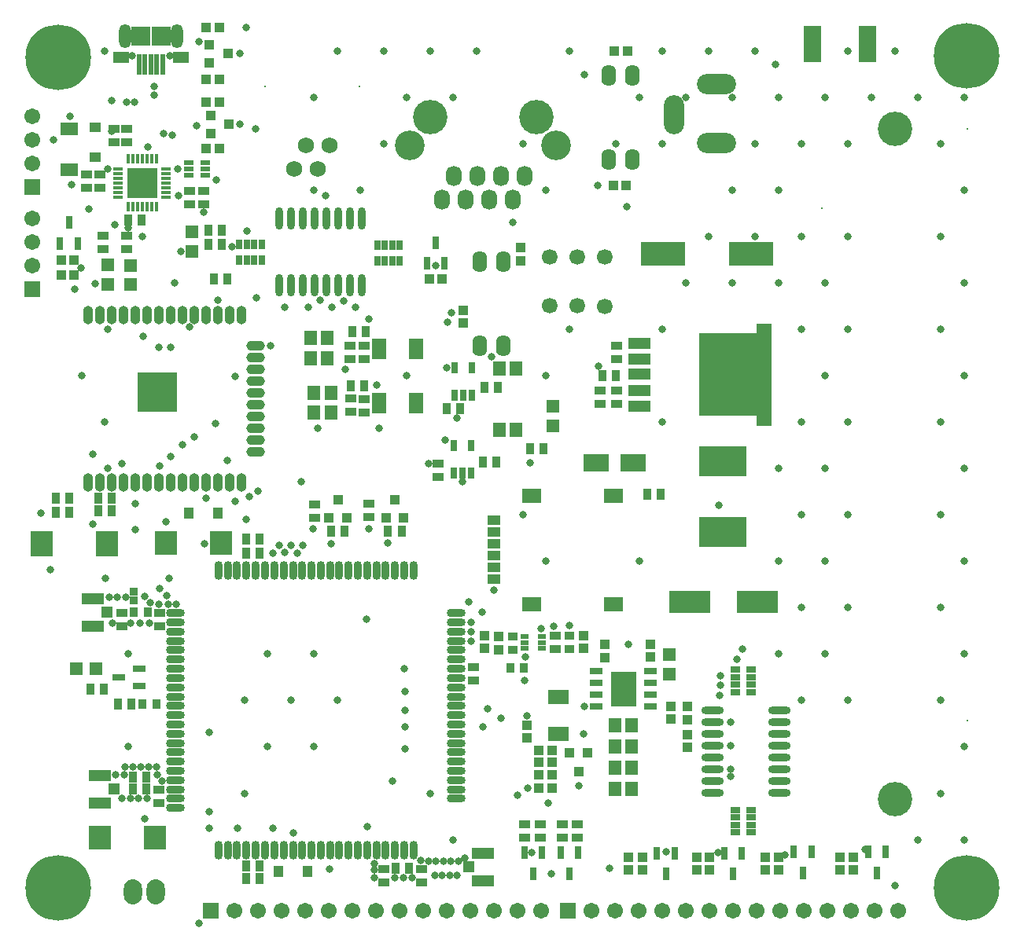
<source format=gts>
%FSTAX23Y23*%
%MOIN*%
%SFA1B1*%

%IPPOS*%
%ADD70R,0.074930X0.057210*%
%ADD71R,0.043430X0.018000*%
%ADD72R,0.018000X0.043430*%
%ADD73R,0.045400X0.043430*%
%ADD74O,0.043000X0.078000*%
%ADD75O,0.078000X0.043000*%
%ADD76R,0.165500X0.165500*%
%ADD77R,0.037530X0.047370*%
%ADD78R,0.130050X0.130050*%
%ADD79R,0.023750X0.090680*%
%ADD80R,0.067060X0.047370*%
%ADD81R,0.082800X0.082800*%
%ADD82R,0.047370X0.037530*%
%ADD83R,0.043430X0.023750*%
%ADD84R,0.025720X0.043430*%
%ADD85O,0.095830X0.031700*%
%ADD86R,0.094910X0.101540*%
%ADD87R,0.043430X0.025720*%
%ADD88R,0.029650X0.047370*%
%ADD89O,0.078870X0.035560*%
%ADD90O,0.035560X0.078870*%
%ADD91R,0.031620X0.053280*%
%ADD92R,0.043430X0.039500*%
%ADD93R,0.039500X0.043430*%
%ADD94R,0.074800X0.153540*%
%ADD95R,0.039500X0.043430*%
%ADD96R,0.043430X0.039500*%
%ADD97R,0.093040X0.050130*%
%ADD98R,0.055240X0.055240*%
%ADD99R,0.173350X0.094610*%
%ADD100R,0.063120X0.086740*%
%ADD101R,0.055240X0.063120*%
%ADD102R,0.055240X0.055240*%
%ADD103R,0.094910X0.110050*%
%ADD104R,0.106420X0.145790*%
%ADD105R,0.055240X0.031620*%
%ADD106R,0.086740X0.063120*%
%ADD107O,0.063120X0.090680*%
%ADD108R,0.043430X0.045400*%
%ADD109R,0.094610X0.049340*%
%ADD110R,0.049340X0.047370*%
%ADD111R,0.033980X0.032410*%
%ADD112R,0.035560X0.043430*%
%ADD113R,0.043430X0.035560*%
%ADD114R,0.204850X0.126110*%
%ADD115R,0.106420X0.074930*%
%ADD116R,0.191070X0.098550*%
%ADD117O,0.031700X0.095830*%
%ADD118R,0.035560X0.024540*%
%ADD119R,0.078870X0.059180*%
%ADD120R,0.055240X0.043430*%
%ADD121R,0.053280X0.031620*%
%ADD122C,0.278000*%
%ADD123C,0.031620*%
%ADD124O,0.051310X0.102490*%
%ADD125R,0.008000X0.008000*%
%ADD126C,0.145800*%
%ADD127O,0.076900X0.106420*%
%ADD128C,0.066580*%
%ADD129R,0.067060X0.067060*%
%ADD130C,0.067060*%
%ADD131O,0.165480X0.086740*%
%ADD132O,0.086740X0.165480*%
%ADD133C,0.126110*%
%ADD134O,0.067060X0.086740*%
%ADD135C,0.068000*%
%ADD136C,0.008000*%
%ADD137R,0.067060X0.067060*%
%LNesp_gsm_v1.1-1*%
%LPD*%
G36*
X03199Y02138D02*
X03134D01*
Y02179*
X0289*
Y0253*
X03134*
Y02571*
X03199*
Y02138*
G37*
G54D70*
X0022Y03223D03*
Y03396D03*
G54D71*
X00428Y03227D03*
X00632D03*
Y03207D03*
Y03187D03*
Y03168D03*
Y03148D03*
Y03128D03*
Y03108D03*
X00428D03*
Y03128D03*
Y03148D03*
Y03168D03*
Y03187D03*
Y03207D03*
G54D72*
X00471Y0327D03*
X0059Y03066D03*
X0057D03*
X0055D03*
X0053D03*
X00511D03*
X00491D03*
X00471D03*
X00491Y0327D03*
X00511D03*
X0053D03*
X0055D03*
X0057D03*
X0059D03*
G54D73*
X0033Y03402D03*
Y03277D03*
G54D74*
X00301Y02606D03*
X00351D03*
X00401D03*
X00451D03*
X00501D03*
X00551D03*
X00601D03*
X00651D03*
X00701D03*
X00751D03*
X00801D03*
X00851D03*
X00901D03*
X00951D03*
Y01897D03*
X00901D03*
X00851D03*
X00801D03*
X00751D03*
X00701D03*
X00651D03*
X00601D03*
X00551D03*
X00501D03*
X00451D03*
X00401D03*
X00351D03*
X00301D03*
G54D75*
X01012Y02476D03*
Y02426D03*
Y02376D03*
Y02326D03*
Y02276D03*
Y02226D03*
Y02176D03*
Y02126D03*
Y02076D03*
Y02026D03*
G54D76*
X00595Y0228D03*
G54D77*
X00471Y0301D03*
X00528D03*
X02038Y023D03*
X01981D03*
X01331Y0169D03*
X01388D03*
X01027Y01595D03*
X0097D03*
X02176Y0204D03*
X02233D03*
X01416Y02307D03*
X01473D03*
X00811Y02905D03*
X00868D03*
X00427Y00955D03*
X00484D03*
X00223Y0183D03*
X00166D03*
X00223Y0177D03*
X00166D03*
X00403Y0183D03*
X00346D03*
X0163Y0169D03*
X01573D03*
X01421Y02535D03*
X01478D03*
X01878Y0221D03*
X01821D03*
X01976Y01983D03*
X02033D03*
X00548Y00645D03*
X00491D03*
Y00595D03*
X00548D03*
X01606Y0026D03*
X01663D03*
X02481Y0235D03*
X02538D03*
X02671Y01845D03*
X02728D03*
X00346Y01775D03*
X00403D03*
X00311Y0102D03*
X00368D03*
X00971Y00215D03*
X01028D03*
X0097Y01655D03*
X01027D03*
X00971Y0027D03*
X01028D03*
X00836Y0276D03*
X00893D03*
X00811Y02965D03*
X00868D03*
G54D78*
X0053Y03168D03*
G54D79*
X00568Y03669D03*
X00593D03*
X00619D03*
X00542D03*
X00517D03*
G54D80*
X00694Y03701D03*
X00442D03*
G54D81*
X00611Y0379D03*
X00525D03*
G54D82*
X00465Y03341D03*
Y03398D03*
X0041D03*
Y03341D03*
X0079Y03076D03*
Y03133D03*
X0126Y01745D03*
Y01802D03*
X01555Y00258D03*
Y00201D03*
X01415Y02253D03*
Y02196D03*
X0147Y0225D03*
Y02193D03*
X00295Y03146D03*
Y03203D03*
X0035Y03146D03*
Y03203D03*
X00365Y02885D03*
Y02942D03*
X00465Y02885D03*
Y02942D03*
X01492Y01808D03*
Y01751D03*
X0141Y02477D03*
Y0242D03*
X0147Y02477D03*
Y0242D03*
X01785Y01978D03*
Y01921D03*
X0231Y00389D03*
Y00446D03*
X02217Y00389D03*
Y00446D03*
X02152Y00389D03*
Y00446D03*
X01715Y00201D03*
Y00258D03*
X0228Y0119D03*
Y01247D03*
X0254Y02231D03*
Y02288D03*
X0247Y02231D03*
Y02288D03*
X0254Y02421D03*
Y02478D03*
X006Y00593D03*
Y00536D03*
X00445Y01343D03*
Y01286D03*
X00605Y01343D03*
Y01286D03*
X01935Y01113D03*
Y01056D03*
X02374Y00446D03*
Y00389D03*
X0073Y03133D03*
Y03076D03*
G54D83*
X00727Y03253D03*
X00797D03*
Y03227D03*
Y03201D03*
X00727D03*
Y03227D03*
G54D84*
X0159Y02903D03*
X01622D03*
X01527D03*
X01559D03*
Y02836D03*
X01527D03*
X01622D03*
X0159D03*
X01005Y02908D03*
X01037D03*
X00942D03*
X00974D03*
Y02841D03*
X00942D03*
X01037D03*
X01005D03*
G54D85*
X02949Y0093D03*
Y0088D03*
Y0083D03*
Y0078D03*
Y0073D03*
Y0068D03*
Y0063D03*
Y0058D03*
X0323Y0093D03*
Y0088D03*
Y0083D03*
Y0078D03*
Y0073D03*
Y0068D03*
Y0063D03*
Y0058D03*
G54D86*
X00353Y0039D03*
X00586D03*
X00631Y0164D03*
X00864D03*
G54D87*
X03113Y01039D03*
Y01007D03*
Y01102D03*
Y0107D03*
X03046D03*
Y01102D03*
Y01007D03*
Y01039D03*
X03111Y00444D03*
Y00413D03*
Y00507D03*
Y00476D03*
X03044D03*
Y00507D03*
Y00413D03*
Y00444D03*
G54D88*
X01851Y01936D03*
X01889D03*
X01926D03*
Y02054D03*
X01851D03*
X01854Y02384D03*
X01929D03*
Y02265D03*
X01891D03*
X01854D03*
G54D89*
X00673Y00516D03*
Y01342D03*
X01862Y01342D03*
X00673Y00555D03*
Y00594D03*
Y00634D03*
Y00673D03*
Y00712D03*
Y00752D03*
Y00791D03*
Y00831D03*
Y0087D03*
Y00909D03*
Y00949D03*
Y00988D03*
Y01027D03*
Y01067D03*
Y01106D03*
Y01146D03*
Y01185D03*
Y01224D03*
Y01264D03*
Y01303D03*
X01862D03*
Y01264D03*
Y01224D03*
Y01185D03*
Y01146D03*
Y01106D03*
Y01067D03*
Y01027D03*
Y00988D03*
Y00949D03*
Y00909D03*
Y0087D03*
Y00831D03*
Y00791D03*
Y00752D03*
Y00712D03*
Y00673D03*
Y00634D03*
Y00594D03*
Y00555D03*
G54D90*
X01681Y01523D03*
X00855D03*
Y00335D03*
X01681D03*
X01642D03*
X01603D03*
X01563D03*
X01524D03*
X01484D03*
X01445D03*
X01406D03*
X01366D03*
X01327D03*
X01288D03*
X01248D03*
X01209D03*
X0117D03*
X0113D03*
X01091D03*
X01051D03*
X01012D03*
X00973D03*
X00933D03*
X00894D03*
Y01523D03*
X00933D03*
X00973D03*
X01012D03*
X01051D03*
X01091D03*
X0113D03*
X0117D03*
X01209D03*
X01248D03*
X01288D03*
X01327D03*
X01366D03*
X01406D03*
X01445D03*
X01484D03*
X01524D03*
X01563D03*
X01603D03*
X01642D03*
G54D91*
X02379Y00326D03*
X02305D03*
X02342Y00238D03*
X02787Y00324D03*
X02712D03*
X0275Y00235D03*
X01775Y02914D03*
X01812Y02825D03*
X01737D03*
X0333Y0024D03*
X03292Y00329D03*
X03367D03*
X03646Y0024D03*
X03608Y00329D03*
X03683D03*
X03035Y00235D03*
X02997Y00324D03*
X03072D03*
X0022Y02999D03*
X00257Y0291D03*
X00182D03*
X02224Y00326D03*
X0215D03*
X02187Y00238D03*
G54D92*
X0204Y01242D03*
Y01187D03*
X024Y01192D03*
Y01247D03*
X0198D03*
Y01192D03*
X0189Y02572D03*
Y02627D03*
X0216Y00867D03*
Y00812D03*
X02685Y01155D03*
Y0121D03*
X0277Y00892D03*
Y00947D03*
X0284Y00772D03*
Y00827D03*
X0249Y0121D03*
Y01154D03*
X0284Y0089D03*
Y00945D03*
X02135Y02837D03*
Y02892D03*
X03545Y00252D03*
Y00307D03*
X03488Y00252D03*
Y00307D03*
X03228Y00252D03*
Y00307D03*
X03172Y00252D03*
Y00307D03*
X02935Y00252D03*
Y00307D03*
X0288Y00252D03*
Y00307D03*
X0265Y00252D03*
Y00307D03*
X0259Y00252D03*
Y00307D03*
G54D93*
X0136Y01824D03*
X01397Y01745D03*
X01322D03*
X01564D03*
X01639D03*
X01601Y01824D03*
X0238Y0067D03*
X02342Y00749D03*
X02417D03*
G54D94*
X03373Y03755D03*
X03606D03*
G54D95*
X00802Y0351D03*
X00857D03*
X00802Y03313D03*
X00857D03*
Y03825D03*
X00802D03*
Y03606D03*
X00857D03*
X02267Y006D03*
X02212D03*
Y00655D03*
X02267D03*
X02212Y0076D03*
X02267D03*
X02212Y0071D03*
X02267D03*
X00242Y02775D03*
X00187D03*
X00242Y0284D03*
X00187D03*
X02582Y03155D03*
X02527D03*
X02587Y03725D03*
X02532D03*
X01802Y02761D03*
X01747D03*
G54D96*
X00815Y03752D03*
Y03677D03*
X00894Y03715D03*
X00899Y03415D03*
X0082Y03377D03*
Y03452D03*
G54D97*
X02638Y02488D03*
Y02421D03*
Y02355D03*
Y02288D03*
Y02221D03*
G54D98*
X0074Y02961D03*
Y02878D03*
X0227Y02138D03*
Y02221D03*
X0048Y02735D03*
Y02817D03*
X00385Y02738D03*
Y02821D03*
X02765Y01166D03*
Y01083D03*
G54D99*
X03138Y0139D03*
X02851D03*
G54D100*
X01536Y02232D03*
X01693D03*
X01536Y02464D03*
X01693D03*
G54D101*
X0133Y02192D03*
X01259D03*
X0133Y02277D03*
X01259D03*
X01316Y02511D03*
X01245D03*
X01315Y02422D03*
X01244D03*
X02044Y0238D03*
X02115D03*
X02044Y0212D03*
X02115D03*
X02534Y00595D03*
X02605D03*
X02534Y00685D03*
X02605D03*
X02534Y00775D03*
X02605D03*
X02535Y00865D03*
X02605D03*
G54D102*
X00253Y01105D03*
X00336D03*
G54D103*
X00383Y01635D03*
X00106D03*
G54D104*
X0257Y0102D03*
G54D105*
X02455Y00945D03*
Y00995D03*
Y01045D03*
Y01095D03*
X02684D03*
Y01045D03*
Y00995D03*
Y00945D03*
G54D106*
X02295Y00988D03*
Y00831D03*
G54D107*
X0206Y02834D03*
X0196D03*
X0206Y02475D03*
X0196D03*
X02508Y03265D03*
X02608D03*
X02508Y03624D03*
X02608D03*
G54D108*
X01107Y00245D03*
X01232D03*
X00852Y01765D03*
X00727D03*
G54D109*
X0035Y00653D03*
Y00536D03*
X01975Y00206D03*
Y00323D03*
X0032Y01286D03*
Y01403D03*
G54D110*
X0041Y00595D03*
X01914Y00265D03*
X0038Y01345D03*
G54D111*
X00495Y01434D03*
Y01395D03*
G54D112*
X02149Y0111D03*
X0209D03*
X0059Y00955D03*
X0053D03*
X00495Y01345D03*
X00554D03*
G54D113*
X021Y01244D03*
Y01185D03*
X0234Y01189D03*
Y01248D03*
G54D114*
X0299Y01687D03*
X0299Y01985D03*
G54D115*
X02613Y0198D03*
X02456D03*
G54D116*
X03112Y02865D03*
X02737D03*
G54D117*
X0146Y03015D03*
X0141D03*
X0136D03*
X0131D03*
X0126D03*
X0121D03*
X0116D03*
X0111D03*
X0146Y02734D03*
X0141D03*
X0136D03*
X0131D03*
X0126D03*
X0121D03*
X0116D03*
X0111D03*
G54D118*
X02153Y01244D03*
X02226D03*
Y01218D03*
Y01193D03*
X02153D03*
Y01218D03*
G54D119*
X02182Y0184D03*
X02528D03*
Y01379D03*
X02182D03*
G54D120*
X02021Y01735D03*
Y01685D03*
Y01635D03*
Y01585D03*
Y01535D03*
Y01485D03*
G54D121*
X00519Y01032D03*
Y01107D03*
X0043Y0107D03*
G54D122*
X04025Y00175D03*
Y03705D03*
X00175Y037D03*
Y00175D03*
G54D123*
X00489Y03707D03*
X00647D03*
X00659Y03369D03*
X0062Y03375D03*
X0058Y0354D03*
X00582Y03577D03*
X00497Y0351D03*
X00466D03*
X004Y03515D03*
X00385Y03225D03*
X006Y0138D03*
X01995Y00935D03*
X01975Y0086D03*
X0205Y00895D03*
X004Y03385D03*
X01285Y0267D03*
X01385Y02665D03*
X01308Y03113D03*
X00974Y02962D03*
X02979Y00992D03*
X0298Y01035D03*
Y01075D03*
X0305Y01146D03*
X04015Y03531D03*
X03916Y03334D03*
X04015Y03137D03*
X03916Y0294D03*
X04015Y02744D03*
X03916Y02547D03*
X04015Y0235D03*
X03916Y02153D03*
X04015Y01956D03*
X03916Y01759D03*
X04015Y01562D03*
X03916Y01366D03*
X04015Y01169D03*
X03916Y00972D03*
X04015Y00775D03*
X03916Y00578D03*
X04015Y00381D03*
X0372Y03728D03*
X03818Y03531D03*
Y00381D03*
X0372Y00185D03*
X03523Y03728D03*
X03621Y03531D03*
X03523Y03334D03*
Y0294D03*
Y02547D03*
Y02153D03*
Y01759D03*
Y01366D03*
Y00972D03*
X03424Y03531D03*
X03326Y03334D03*
Y0294D03*
X03424Y02744D03*
X03326Y02547D03*
X03424Y0235D03*
X03326Y02153D03*
X03424Y01956D03*
X03326Y01759D03*
X03424Y01562D03*
X03326Y01366D03*
X03424Y01169D03*
X03326Y00972D03*
X03129Y03728D03*
X03227Y03531D03*
X03129Y03334D03*
X03227Y03137D03*
X03129Y0294D03*
X03227Y02744D03*
Y01956D03*
Y01562D03*
Y01169D03*
X02932Y03728D03*
X03031Y03531D03*
Y03137D03*
X02932Y0294D03*
X03031Y02744D03*
X02735Y03728D03*
X02834Y03531D03*
X02735Y03334D03*
X02834Y02744D03*
X02735Y02547D03*
Y02153D03*
X02637Y03531D03*
X02538Y03334D03*
X02637Y01562D03*
X02342Y03728D03*
Y02547D03*
X02145Y03334D03*
X02243Y03137D03*
Y0235D03*
X02145Y01759D03*
X02243Y01562D03*
X01948Y03728D03*
X01751D03*
X01849Y03531D03*
X01751Y00578D03*
X01849Y00381D03*
X01554Y03728D03*
X01653Y03531D03*
X01554Y03334D03*
X01653Y0235D03*
X01357Y03728D03*
X01456Y03137D03*
X01357Y00972D03*
X01259Y03531D03*
Y03137D03*
Y01169D03*
X0116Y00972D03*
X01259Y00775D03*
X01062Y01169D03*
X00964Y00972D03*
X01062Y00775D03*
X00964Y00578D03*
X00668Y02744D03*
X00373Y03728D03*
Y02153D03*
X00471Y01169D03*
Y00775D03*
X00275Y0235D03*
X01645Y00765D03*
Y0086D03*
Y0093D03*
Y0101D03*
X0077Y00025D03*
X0014Y01525D03*
X0063Y0173D03*
X00815Y00835D03*
X0054Y0047D03*
X00245Y02715D03*
X00271Y02807D03*
X0023Y0316D03*
X00471Y02976D03*
X00322Y02017D03*
X00385Y01955D03*
X00445Y01975D03*
X001Y01765D03*
X00375Y0149D03*
X0046Y0141D03*
X00425D03*
X0039D03*
X00405Y013D03*
X0048D03*
X0056D03*
X0052D03*
X00543Y01412D03*
X00675Y0138D03*
X0064D03*
X00565Y01385D03*
X00559Y0069D03*
X00593Y00691D03*
X00594Y00657D03*
X00491Y00691D03*
X00418Y00656D03*
X00457Y00691D03*
X00456Y00658D03*
X00445Y00555D03*
X0048D03*
X00515D03*
X00526Y00691D03*
X0055Y00555D03*
X00614Y0063D03*
X01515Y0028D03*
Y0022D03*
X01638Y00219D03*
X016Y0022D03*
X01675D03*
X01515Y00252D03*
X01899Y00304D03*
X01871Y00291D03*
X01839D03*
X01808D03*
X01776D03*
X01745D03*
X01713Y00293D03*
X01772Y00231D03*
X01803D03*
X01835D03*
X01866D03*
X01325Y00255D03*
X02265Y00235D03*
X0225Y00535D03*
X0197Y01345D03*
X01775Y02815D03*
X01015Y0268D03*
X00925Y02345D03*
X0089Y0199D03*
X01275Y02125D03*
X01865Y0217D03*
X01889Y019D03*
X01746Y01978D03*
X0201Y0243D03*
X0275Y0033D03*
X0297Y00325D03*
X03255Y00315D03*
X03595Y0034D03*
X0251Y0026D03*
X00415Y0299D03*
X0033Y0274D03*
X00935Y0043D03*
X00815Y0043D03*
X0032Y0172D03*
X0075Y0209D03*
X01205Y019D03*
X0184Y02615D03*
X01825Y02575D03*
X0157Y0164D03*
X01255Y017D03*
X01535Y02127D03*
X01815Y02075D03*
X0164Y01105D03*
X0159Y0063D03*
X0148Y01315D03*
X00695Y02875D03*
X0079Y03042D03*
X00732Y02556D03*
X0222Y01275D03*
X0228Y0119D03*
X0215Y01055D03*
X01915Y0139D03*
X02155Y01155D03*
X00555Y0332D03*
X0216Y00905D03*
X0218Y00325D03*
X0133Y01635D03*
X0212Y0057D03*
X00815Y005D03*
X01485Y00435D03*
X00795Y01635D03*
X00645Y0149D03*
X0065Y02005D03*
X0084Y02145D03*
X0139Y02375D03*
X01525Y0231D03*
X021Y03D03*
X0246Y03155D03*
X0097Y03825D03*
X0101Y03395D03*
X00944Y03415D03*
X0091Y02895D03*
X0053Y0294D03*
X00605Y01445D03*
X00635Y01415D03*
X00605Y01965D03*
X03075Y0119D03*
X01085Y0043D03*
X0117Y0041D03*
X0149Y017D03*
X02175Y0198D03*
X02405Y00945D03*
X02975Y018D03*
X02465Y0239D03*
X01212Y0163D03*
X01187Y01595D03*
X01161Y0163D03*
X0111D03*
X01136Y016D03*
X00925Y01818D03*
X01085Y01595D03*
X0097Y0174D03*
X0102Y0186D03*
X00985Y01838D03*
X02585Y03065D03*
X01075Y02475D03*
X005Y01695D03*
Y01805D03*
X02165Y006D03*
X006Y0247D03*
X00535Y02515D03*
X0065Y0247D03*
X00385Y02545D03*
X01135Y0264D03*
X01235D03*
X01335D03*
X01435D03*
X0085Y0267D03*
X0149Y0259D03*
X03215Y0367D03*
X00845Y0318D03*
X008Y0183D03*
X0234Y0129D03*
X0076Y0341D03*
X0077Y03765D03*
X00945Y03715D03*
X00305Y03055D03*
X00155Y0335D03*
X00225Y0345D03*
X007Y02055D03*
X00682Y03227D03*
X00684Y03114D03*
X0182Y02384D03*
X02405Y03625D03*
X02021Y01441D03*
X01924Y01224D03*
X02275Y01285D03*
X01925Y01303D03*
X01925Y01264D03*
X0259Y0121D03*
X024Y0083D03*
X03025Y00649D03*
Y0068D03*
Y0078D03*
X0238Y0061D03*
X03025Y0088D03*
G54D124*
X00457Y03789D03*
X00679D03*
G54D125*
X04029Y00888D03*
Y03396D03*
X0341Y03061D03*
G54D126*
X0372Y00553D03*
Y03396D03*
X022Y03446D03*
X0175D03*
G54D127*
X0049Y0016D03*
X00589D03*
G54D128*
X02257Y02853D03*
X02375Y02853D03*
X02493Y02853D03*
Y02644D03*
X02375Y02645D03*
X02257D03*
G54D129*
X00065Y0315D03*
Y02715D03*
G54D130*
X00065Y0325D03*
Y0335D03*
Y0345D03*
Y02815D03*
Y02915D03*
Y03015D03*
X02435Y0008D03*
X02535D03*
X02635D03*
X02735D03*
X02835D03*
X02935D03*
X03035D03*
X03135D03*
X03235D03*
X03335D03*
X03435D03*
X03535D03*
X03635D03*
X03735D03*
X0222D03*
X0212D03*
X0202D03*
X0192D03*
X0182D03*
X0172D03*
X0162D03*
X0152D03*
X0142D03*
X0132D03*
X0122D03*
X0112D03*
X0102D03*
X0092D03*
G54D131*
X02965Y03585D03*
Y03335D03*
G54D132*
X02785Y03455D03*
G54D133*
X02284Y03326D03*
X01666D03*
G54D134*
X0185Y03196D03*
X0195D03*
X0205D03*
X0215D03*
X018Y03096D03*
X019D03*
X02D03*
X021D03*
G54D135*
X01325Y03325D03*
X01225D03*
X01275Y03225D03*
X01175D03*
G54D136*
X0145Y03575D03*
X0105D03*
G54D137*
X02335Y0008D03*
X0082D03*
M02*
</source>
